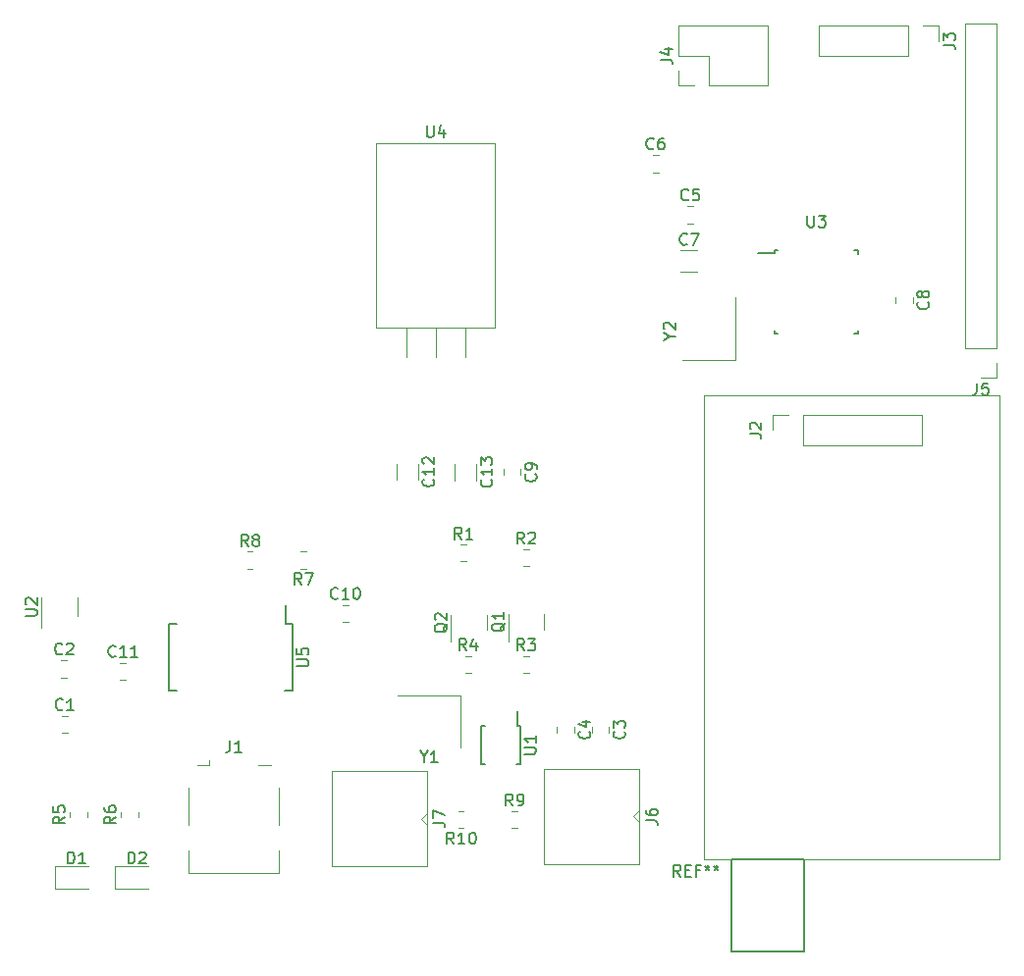
<source format=gbr>
%TF.GenerationSoftware,KiCad,Pcbnew,7.0.9-1.fc39*%
%TF.CreationDate,2023-11-27T20:11:11+01:00*%
%TF.ProjectId,sis5351a GPS controlled time base,73697335-3335-4316-9120-47505320636f,rev?*%
%TF.SameCoordinates,Original*%
%TF.FileFunction,Legend,Top*%
%TF.FilePolarity,Positive*%
%FSLAX46Y46*%
G04 Gerber Fmt 4.6, Leading zero omitted, Abs format (unit mm)*
G04 Created by KiCad (PCBNEW 7.0.9-1.fc39) date 2023-11-27 20:11:11*
%MOMM*%
%LPD*%
G01*
G04 APERTURE LIST*
%ADD10C,0.150000*%
%ADD11C,0.120000*%
%ADD12C,0.200000*%
G04 APERTURE END LIST*
D10*
X128886905Y-134604819D02*
X128886905Y-133604819D01*
X128886905Y-133604819D02*
X129125000Y-133604819D01*
X129125000Y-133604819D02*
X129267857Y-133652438D01*
X129267857Y-133652438D02*
X129363095Y-133747676D01*
X129363095Y-133747676D02*
X129410714Y-133842914D01*
X129410714Y-133842914D02*
X129458333Y-134033390D01*
X129458333Y-134033390D02*
X129458333Y-134176247D01*
X129458333Y-134176247D02*
X129410714Y-134366723D01*
X129410714Y-134366723D02*
X129363095Y-134461961D01*
X129363095Y-134461961D02*
X129267857Y-134557200D01*
X129267857Y-134557200D02*
X129125000Y-134604819D01*
X129125000Y-134604819D02*
X128886905Y-134604819D01*
X130410714Y-134604819D02*
X129839286Y-134604819D01*
X130125000Y-134604819D02*
X130125000Y-133604819D01*
X130125000Y-133604819D02*
X130029762Y-133747676D01*
X130029762Y-133747676D02*
X129934524Y-133842914D01*
X129934524Y-133842914D02*
X129839286Y-133890533D01*
X167233333Y-129604819D02*
X166900000Y-129128628D01*
X166661905Y-129604819D02*
X166661905Y-128604819D01*
X166661905Y-128604819D02*
X167042857Y-128604819D01*
X167042857Y-128604819D02*
X167138095Y-128652438D01*
X167138095Y-128652438D02*
X167185714Y-128700057D01*
X167185714Y-128700057D02*
X167233333Y-128795295D01*
X167233333Y-128795295D02*
X167233333Y-128938152D01*
X167233333Y-128938152D02*
X167185714Y-129033390D01*
X167185714Y-129033390D02*
X167138095Y-129081009D01*
X167138095Y-129081009D02*
X167042857Y-129128628D01*
X167042857Y-129128628D02*
X166661905Y-129128628D01*
X167709524Y-129604819D02*
X167900000Y-129604819D01*
X167900000Y-129604819D02*
X167995238Y-129557200D01*
X167995238Y-129557200D02*
X168042857Y-129509580D01*
X168042857Y-129509580D02*
X168138095Y-129366723D01*
X168138095Y-129366723D02*
X168185714Y-129176247D01*
X168185714Y-129176247D02*
X168185714Y-128795295D01*
X168185714Y-128795295D02*
X168138095Y-128700057D01*
X168138095Y-128700057D02*
X168090476Y-128652438D01*
X168090476Y-128652438D02*
X167995238Y-128604819D01*
X167995238Y-128604819D02*
X167804762Y-128604819D01*
X167804762Y-128604819D02*
X167709524Y-128652438D01*
X167709524Y-128652438D02*
X167661905Y-128700057D01*
X167661905Y-128700057D02*
X167614286Y-128795295D01*
X167614286Y-128795295D02*
X167614286Y-129033390D01*
X167614286Y-129033390D02*
X167661905Y-129128628D01*
X167661905Y-129128628D02*
X167709524Y-129176247D01*
X167709524Y-129176247D02*
X167804762Y-129223866D01*
X167804762Y-129223866D02*
X167995238Y-129223866D01*
X167995238Y-129223866D02*
X168090476Y-129176247D01*
X168090476Y-129176247D02*
X168138095Y-129128628D01*
X168138095Y-129128628D02*
X168185714Y-129033390D01*
X165375980Y-101465657D02*
X165423600Y-101513276D01*
X165423600Y-101513276D02*
X165471219Y-101656133D01*
X165471219Y-101656133D02*
X165471219Y-101751371D01*
X165471219Y-101751371D02*
X165423600Y-101894228D01*
X165423600Y-101894228D02*
X165328361Y-101989466D01*
X165328361Y-101989466D02*
X165233123Y-102037085D01*
X165233123Y-102037085D02*
X165042647Y-102084704D01*
X165042647Y-102084704D02*
X164899790Y-102084704D01*
X164899790Y-102084704D02*
X164709314Y-102037085D01*
X164709314Y-102037085D02*
X164614076Y-101989466D01*
X164614076Y-101989466D02*
X164518838Y-101894228D01*
X164518838Y-101894228D02*
X164471219Y-101751371D01*
X164471219Y-101751371D02*
X164471219Y-101656133D01*
X164471219Y-101656133D02*
X164518838Y-101513276D01*
X164518838Y-101513276D02*
X164566457Y-101465657D01*
X165471219Y-100513276D02*
X165471219Y-101084704D01*
X165471219Y-100798990D02*
X164471219Y-100798990D01*
X164471219Y-100798990D02*
X164614076Y-100894228D01*
X164614076Y-100894228D02*
X164709314Y-100989466D01*
X164709314Y-100989466D02*
X164756933Y-101084704D01*
X164471219Y-100179942D02*
X164471219Y-99560895D01*
X164471219Y-99560895D02*
X164852171Y-99894228D01*
X164852171Y-99894228D02*
X164852171Y-99751371D01*
X164852171Y-99751371D02*
X164899790Y-99656133D01*
X164899790Y-99656133D02*
X164947409Y-99608514D01*
X164947409Y-99608514D02*
X165042647Y-99560895D01*
X165042647Y-99560895D02*
X165280742Y-99560895D01*
X165280742Y-99560895D02*
X165375980Y-99608514D01*
X165375980Y-99608514D02*
X165423600Y-99656133D01*
X165423600Y-99656133D02*
X165471219Y-99751371D01*
X165471219Y-99751371D02*
X165471219Y-100037085D01*
X165471219Y-100037085D02*
X165423600Y-100132323D01*
X165423600Y-100132323D02*
X165375980Y-100179942D01*
X142866666Y-123979819D02*
X142866666Y-124694104D01*
X142866666Y-124694104D02*
X142819047Y-124836961D01*
X142819047Y-124836961D02*
X142723809Y-124932200D01*
X142723809Y-124932200D02*
X142580952Y-124979819D01*
X142580952Y-124979819D02*
X142485714Y-124979819D01*
X143866666Y-124979819D02*
X143295238Y-124979819D01*
X143580952Y-124979819D02*
X143580952Y-123979819D01*
X143580952Y-123979819D02*
X143485714Y-124122676D01*
X143485714Y-124122676D02*
X143390476Y-124217914D01*
X143390476Y-124217914D02*
X143295238Y-124265533D01*
X203039580Y-86129166D02*
X203087200Y-86176785D01*
X203087200Y-86176785D02*
X203134819Y-86319642D01*
X203134819Y-86319642D02*
X203134819Y-86414880D01*
X203134819Y-86414880D02*
X203087200Y-86557737D01*
X203087200Y-86557737D02*
X202991961Y-86652975D01*
X202991961Y-86652975D02*
X202896723Y-86700594D01*
X202896723Y-86700594D02*
X202706247Y-86748213D01*
X202706247Y-86748213D02*
X202563390Y-86748213D01*
X202563390Y-86748213D02*
X202372914Y-86700594D01*
X202372914Y-86700594D02*
X202277676Y-86652975D01*
X202277676Y-86652975D02*
X202182438Y-86557737D01*
X202182438Y-86557737D02*
X202134819Y-86414880D01*
X202134819Y-86414880D02*
X202134819Y-86319642D01*
X202134819Y-86319642D02*
X202182438Y-86176785D01*
X202182438Y-86176785D02*
X202230057Y-86129166D01*
X202563390Y-85557737D02*
X202515771Y-85652975D01*
X202515771Y-85652975D02*
X202468152Y-85700594D01*
X202468152Y-85700594D02*
X202372914Y-85748213D01*
X202372914Y-85748213D02*
X202325295Y-85748213D01*
X202325295Y-85748213D02*
X202230057Y-85700594D01*
X202230057Y-85700594D02*
X202182438Y-85652975D01*
X202182438Y-85652975D02*
X202134819Y-85557737D01*
X202134819Y-85557737D02*
X202134819Y-85367261D01*
X202134819Y-85367261D02*
X202182438Y-85272023D01*
X202182438Y-85272023D02*
X202230057Y-85224404D01*
X202230057Y-85224404D02*
X202325295Y-85176785D01*
X202325295Y-85176785D02*
X202372914Y-85176785D01*
X202372914Y-85176785D02*
X202468152Y-85224404D01*
X202468152Y-85224404D02*
X202515771Y-85272023D01*
X202515771Y-85272023D02*
X202563390Y-85367261D01*
X202563390Y-85367261D02*
X202563390Y-85557737D01*
X202563390Y-85557737D02*
X202611009Y-85652975D01*
X202611009Y-85652975D02*
X202658628Y-85700594D01*
X202658628Y-85700594D02*
X202753866Y-85748213D01*
X202753866Y-85748213D02*
X202944342Y-85748213D01*
X202944342Y-85748213D02*
X203039580Y-85700594D01*
X203039580Y-85700594D02*
X203087200Y-85652975D01*
X203087200Y-85652975D02*
X203134819Y-85557737D01*
X203134819Y-85557737D02*
X203134819Y-85367261D01*
X203134819Y-85367261D02*
X203087200Y-85272023D01*
X203087200Y-85272023D02*
X203039580Y-85224404D01*
X203039580Y-85224404D02*
X202944342Y-85176785D01*
X202944342Y-85176785D02*
X202753866Y-85176785D01*
X202753866Y-85176785D02*
X202658628Y-85224404D01*
X202658628Y-85224404D02*
X202611009Y-85272023D01*
X202611009Y-85272023D02*
X202563390Y-85367261D01*
X182395833Y-77279580D02*
X182348214Y-77327200D01*
X182348214Y-77327200D02*
X182205357Y-77374819D01*
X182205357Y-77374819D02*
X182110119Y-77374819D01*
X182110119Y-77374819D02*
X181967262Y-77327200D01*
X181967262Y-77327200D02*
X181872024Y-77231961D01*
X181872024Y-77231961D02*
X181824405Y-77136723D01*
X181824405Y-77136723D02*
X181776786Y-76946247D01*
X181776786Y-76946247D02*
X181776786Y-76803390D01*
X181776786Y-76803390D02*
X181824405Y-76612914D01*
X181824405Y-76612914D02*
X181872024Y-76517676D01*
X181872024Y-76517676D02*
X181967262Y-76422438D01*
X181967262Y-76422438D02*
X182110119Y-76374819D01*
X182110119Y-76374819D02*
X182205357Y-76374819D01*
X182205357Y-76374819D02*
X182348214Y-76422438D01*
X182348214Y-76422438D02*
X182395833Y-76470057D01*
X183300595Y-76374819D02*
X182824405Y-76374819D01*
X182824405Y-76374819D02*
X182776786Y-76851009D01*
X182776786Y-76851009D02*
X182824405Y-76803390D01*
X182824405Y-76803390D02*
X182919643Y-76755771D01*
X182919643Y-76755771D02*
X183157738Y-76755771D01*
X183157738Y-76755771D02*
X183252976Y-76803390D01*
X183252976Y-76803390D02*
X183300595Y-76851009D01*
X183300595Y-76851009D02*
X183348214Y-76946247D01*
X183348214Y-76946247D02*
X183348214Y-77184342D01*
X183348214Y-77184342D02*
X183300595Y-77279580D01*
X183300595Y-77279580D02*
X183252976Y-77327200D01*
X183252976Y-77327200D02*
X183157738Y-77374819D01*
X183157738Y-77374819D02*
X182919643Y-77374819D01*
X182919643Y-77374819D02*
X182824405Y-77327200D01*
X182824405Y-77327200D02*
X182776786Y-77279580D01*
X192659095Y-78672619D02*
X192659095Y-79482142D01*
X192659095Y-79482142D02*
X192706714Y-79577380D01*
X192706714Y-79577380D02*
X192754333Y-79625000D01*
X192754333Y-79625000D02*
X192849571Y-79672619D01*
X192849571Y-79672619D02*
X193040047Y-79672619D01*
X193040047Y-79672619D02*
X193135285Y-79625000D01*
X193135285Y-79625000D02*
X193182904Y-79577380D01*
X193182904Y-79577380D02*
X193230523Y-79482142D01*
X193230523Y-79482142D02*
X193230523Y-78672619D01*
X193611476Y-78672619D02*
X194230523Y-78672619D01*
X194230523Y-78672619D02*
X193897190Y-79053571D01*
X193897190Y-79053571D02*
X194040047Y-79053571D01*
X194040047Y-79053571D02*
X194135285Y-79101190D01*
X194135285Y-79101190D02*
X194182904Y-79148809D01*
X194182904Y-79148809D02*
X194230523Y-79244047D01*
X194230523Y-79244047D02*
X194230523Y-79482142D01*
X194230523Y-79482142D02*
X194182904Y-79577380D01*
X194182904Y-79577380D02*
X194135285Y-79625000D01*
X194135285Y-79625000D02*
X194040047Y-79672619D01*
X194040047Y-79672619D02*
X193754333Y-79672619D01*
X193754333Y-79672619D02*
X193659095Y-79625000D01*
X193659095Y-79625000D02*
X193611476Y-79577380D01*
X133004819Y-130566666D02*
X132528628Y-130899999D01*
X133004819Y-131138094D02*
X132004819Y-131138094D01*
X132004819Y-131138094D02*
X132004819Y-130757142D01*
X132004819Y-130757142D02*
X132052438Y-130661904D01*
X132052438Y-130661904D02*
X132100057Y-130614285D01*
X132100057Y-130614285D02*
X132195295Y-130566666D01*
X132195295Y-130566666D02*
X132338152Y-130566666D01*
X132338152Y-130566666D02*
X132433390Y-130614285D01*
X132433390Y-130614285D02*
X132481009Y-130661904D01*
X132481009Y-130661904D02*
X132528628Y-130757142D01*
X132528628Y-130757142D02*
X132528628Y-131138094D01*
X132004819Y-129709523D02*
X132004819Y-129899999D01*
X132004819Y-129899999D02*
X132052438Y-129995237D01*
X132052438Y-129995237D02*
X132100057Y-130042856D01*
X132100057Y-130042856D02*
X132242914Y-130138094D01*
X132242914Y-130138094D02*
X132433390Y-130185713D01*
X132433390Y-130185713D02*
X132814342Y-130185713D01*
X132814342Y-130185713D02*
X132909580Y-130138094D01*
X132909580Y-130138094D02*
X132957200Y-130090475D01*
X132957200Y-130090475D02*
X133004819Y-129995237D01*
X133004819Y-129995237D02*
X133004819Y-129804761D01*
X133004819Y-129804761D02*
X132957200Y-129709523D01*
X132957200Y-129709523D02*
X132909580Y-129661904D01*
X132909580Y-129661904D02*
X132814342Y-129614285D01*
X132814342Y-129614285D02*
X132576247Y-129614285D01*
X132576247Y-129614285D02*
X132481009Y-129661904D01*
X132481009Y-129661904D02*
X132433390Y-129709523D01*
X132433390Y-129709523D02*
X132385771Y-129804761D01*
X132385771Y-129804761D02*
X132385771Y-129995237D01*
X132385771Y-129995237D02*
X132433390Y-130090475D01*
X132433390Y-130090475D02*
X132481009Y-130138094D01*
X132481009Y-130138094D02*
X132576247Y-130185713D01*
X187684819Y-97519833D02*
X188399104Y-97519833D01*
X188399104Y-97519833D02*
X188541961Y-97567452D01*
X188541961Y-97567452D02*
X188637200Y-97662690D01*
X188637200Y-97662690D02*
X188684819Y-97805547D01*
X188684819Y-97805547D02*
X188684819Y-97900785D01*
X187780057Y-97091261D02*
X187732438Y-97043642D01*
X187732438Y-97043642D02*
X187684819Y-96948404D01*
X187684819Y-96948404D02*
X187684819Y-96710309D01*
X187684819Y-96710309D02*
X187732438Y-96615071D01*
X187732438Y-96615071D02*
X187780057Y-96567452D01*
X187780057Y-96567452D02*
X187875295Y-96519833D01*
X187875295Y-96519833D02*
X187970533Y-96519833D01*
X187970533Y-96519833D02*
X188113390Y-96567452D01*
X188113390Y-96567452D02*
X188684819Y-97138880D01*
X188684819Y-97138880D02*
X188684819Y-96519833D01*
X176839580Y-123204166D02*
X176887200Y-123251785D01*
X176887200Y-123251785D02*
X176934819Y-123394642D01*
X176934819Y-123394642D02*
X176934819Y-123489880D01*
X176934819Y-123489880D02*
X176887200Y-123632737D01*
X176887200Y-123632737D02*
X176791961Y-123727975D01*
X176791961Y-123727975D02*
X176696723Y-123775594D01*
X176696723Y-123775594D02*
X176506247Y-123823213D01*
X176506247Y-123823213D02*
X176363390Y-123823213D01*
X176363390Y-123823213D02*
X176172914Y-123775594D01*
X176172914Y-123775594D02*
X176077676Y-123727975D01*
X176077676Y-123727975D02*
X175982438Y-123632737D01*
X175982438Y-123632737D02*
X175934819Y-123489880D01*
X175934819Y-123489880D02*
X175934819Y-123394642D01*
X175934819Y-123394642D02*
X175982438Y-123251785D01*
X175982438Y-123251785D02*
X176030057Y-123204166D01*
X175934819Y-122870832D02*
X175934819Y-122251785D01*
X175934819Y-122251785D02*
X176315771Y-122585118D01*
X176315771Y-122585118D02*
X176315771Y-122442261D01*
X176315771Y-122442261D02*
X176363390Y-122347023D01*
X176363390Y-122347023D02*
X176411009Y-122299404D01*
X176411009Y-122299404D02*
X176506247Y-122251785D01*
X176506247Y-122251785D02*
X176744342Y-122251785D01*
X176744342Y-122251785D02*
X176839580Y-122299404D01*
X176839580Y-122299404D02*
X176887200Y-122347023D01*
X176887200Y-122347023D02*
X176934819Y-122442261D01*
X176934819Y-122442261D02*
X176934819Y-122727975D01*
X176934819Y-122727975D02*
X176887200Y-122823213D01*
X176887200Y-122823213D02*
X176839580Y-122870832D01*
X125204819Y-113224404D02*
X126014342Y-113224404D01*
X126014342Y-113224404D02*
X126109580Y-113176785D01*
X126109580Y-113176785D02*
X126157200Y-113129166D01*
X126157200Y-113129166D02*
X126204819Y-113033928D01*
X126204819Y-113033928D02*
X126204819Y-112843452D01*
X126204819Y-112843452D02*
X126157200Y-112748214D01*
X126157200Y-112748214D02*
X126109580Y-112700595D01*
X126109580Y-112700595D02*
X126014342Y-112652976D01*
X126014342Y-112652976D02*
X125204819Y-112652976D01*
X125300057Y-112224404D02*
X125252438Y-112176785D01*
X125252438Y-112176785D02*
X125204819Y-112081547D01*
X125204819Y-112081547D02*
X125204819Y-111843452D01*
X125204819Y-111843452D02*
X125252438Y-111748214D01*
X125252438Y-111748214D02*
X125300057Y-111700595D01*
X125300057Y-111700595D02*
X125395295Y-111652976D01*
X125395295Y-111652976D02*
X125490533Y-111652976D01*
X125490533Y-111652976D02*
X125633390Y-111700595D01*
X125633390Y-111700595D02*
X126204819Y-112272023D01*
X126204819Y-112272023D02*
X126204819Y-111652976D01*
X182270833Y-81109580D02*
X182223214Y-81157200D01*
X182223214Y-81157200D02*
X182080357Y-81204819D01*
X182080357Y-81204819D02*
X181985119Y-81204819D01*
X181985119Y-81204819D02*
X181842262Y-81157200D01*
X181842262Y-81157200D02*
X181747024Y-81061961D01*
X181747024Y-81061961D02*
X181699405Y-80966723D01*
X181699405Y-80966723D02*
X181651786Y-80776247D01*
X181651786Y-80776247D02*
X181651786Y-80633390D01*
X181651786Y-80633390D02*
X181699405Y-80442914D01*
X181699405Y-80442914D02*
X181747024Y-80347676D01*
X181747024Y-80347676D02*
X181842262Y-80252438D01*
X181842262Y-80252438D02*
X181985119Y-80204819D01*
X181985119Y-80204819D02*
X182080357Y-80204819D01*
X182080357Y-80204819D02*
X182223214Y-80252438D01*
X182223214Y-80252438D02*
X182270833Y-80300057D01*
X182604167Y-80204819D02*
X183270833Y-80204819D01*
X183270833Y-80204819D02*
X182842262Y-81204819D01*
X128433333Y-121279580D02*
X128385714Y-121327200D01*
X128385714Y-121327200D02*
X128242857Y-121374819D01*
X128242857Y-121374819D02*
X128147619Y-121374819D01*
X128147619Y-121374819D02*
X128004762Y-121327200D01*
X128004762Y-121327200D02*
X127909524Y-121231961D01*
X127909524Y-121231961D02*
X127861905Y-121136723D01*
X127861905Y-121136723D02*
X127814286Y-120946247D01*
X127814286Y-120946247D02*
X127814286Y-120803390D01*
X127814286Y-120803390D02*
X127861905Y-120612914D01*
X127861905Y-120612914D02*
X127909524Y-120517676D01*
X127909524Y-120517676D02*
X128004762Y-120422438D01*
X128004762Y-120422438D02*
X128147619Y-120374819D01*
X128147619Y-120374819D02*
X128242857Y-120374819D01*
X128242857Y-120374819D02*
X128385714Y-120422438D01*
X128385714Y-120422438D02*
X128433333Y-120470057D01*
X129385714Y-121374819D02*
X128814286Y-121374819D01*
X129100000Y-121374819D02*
X129100000Y-120374819D01*
X129100000Y-120374819D02*
X129004762Y-120517676D01*
X129004762Y-120517676D02*
X128909524Y-120612914D01*
X128909524Y-120612914D02*
X128814286Y-120660533D01*
X144433333Y-107204819D02*
X144100000Y-106728628D01*
X143861905Y-107204819D02*
X143861905Y-106204819D01*
X143861905Y-106204819D02*
X144242857Y-106204819D01*
X144242857Y-106204819D02*
X144338095Y-106252438D01*
X144338095Y-106252438D02*
X144385714Y-106300057D01*
X144385714Y-106300057D02*
X144433333Y-106395295D01*
X144433333Y-106395295D02*
X144433333Y-106538152D01*
X144433333Y-106538152D02*
X144385714Y-106633390D01*
X144385714Y-106633390D02*
X144338095Y-106681009D01*
X144338095Y-106681009D02*
X144242857Y-106728628D01*
X144242857Y-106728628D02*
X143861905Y-106728628D01*
X145004762Y-106633390D02*
X144909524Y-106585771D01*
X144909524Y-106585771D02*
X144861905Y-106538152D01*
X144861905Y-106538152D02*
X144814286Y-106442914D01*
X144814286Y-106442914D02*
X144814286Y-106395295D01*
X144814286Y-106395295D02*
X144861905Y-106300057D01*
X144861905Y-106300057D02*
X144909524Y-106252438D01*
X144909524Y-106252438D02*
X145004762Y-106204819D01*
X145004762Y-106204819D02*
X145195238Y-106204819D01*
X145195238Y-106204819D02*
X145290476Y-106252438D01*
X145290476Y-106252438D02*
X145338095Y-106300057D01*
X145338095Y-106300057D02*
X145385714Y-106395295D01*
X145385714Y-106395295D02*
X145385714Y-106442914D01*
X145385714Y-106442914D02*
X145338095Y-106538152D01*
X145338095Y-106538152D02*
X145290476Y-106585771D01*
X145290476Y-106585771D02*
X145195238Y-106633390D01*
X145195238Y-106633390D02*
X145004762Y-106633390D01*
X145004762Y-106633390D02*
X144909524Y-106681009D01*
X144909524Y-106681009D02*
X144861905Y-106728628D01*
X144861905Y-106728628D02*
X144814286Y-106823866D01*
X144814286Y-106823866D02*
X144814286Y-107014342D01*
X144814286Y-107014342D02*
X144861905Y-107109580D01*
X144861905Y-107109580D02*
X144909524Y-107157200D01*
X144909524Y-107157200D02*
X145004762Y-107204819D01*
X145004762Y-107204819D02*
X145195238Y-107204819D01*
X145195238Y-107204819D02*
X145290476Y-107157200D01*
X145290476Y-107157200D02*
X145338095Y-107109580D01*
X145338095Y-107109580D02*
X145385714Y-107014342D01*
X145385714Y-107014342D02*
X145385714Y-106823866D01*
X145385714Y-106823866D02*
X145338095Y-106728628D01*
X145338095Y-106728628D02*
X145290476Y-106681009D01*
X145290476Y-106681009D02*
X145195238Y-106633390D01*
X168233333Y-107004819D02*
X167900000Y-106528628D01*
X167661905Y-107004819D02*
X167661905Y-106004819D01*
X167661905Y-106004819D02*
X168042857Y-106004819D01*
X168042857Y-106004819D02*
X168138095Y-106052438D01*
X168138095Y-106052438D02*
X168185714Y-106100057D01*
X168185714Y-106100057D02*
X168233333Y-106195295D01*
X168233333Y-106195295D02*
X168233333Y-106338152D01*
X168233333Y-106338152D02*
X168185714Y-106433390D01*
X168185714Y-106433390D02*
X168138095Y-106481009D01*
X168138095Y-106481009D02*
X168042857Y-106528628D01*
X168042857Y-106528628D02*
X167661905Y-106528628D01*
X168614286Y-106100057D02*
X168661905Y-106052438D01*
X168661905Y-106052438D02*
X168757143Y-106004819D01*
X168757143Y-106004819D02*
X168995238Y-106004819D01*
X168995238Y-106004819D02*
X169090476Y-106052438D01*
X169090476Y-106052438D02*
X169138095Y-106100057D01*
X169138095Y-106100057D02*
X169185714Y-106195295D01*
X169185714Y-106195295D02*
X169185714Y-106290533D01*
X169185714Y-106290533D02*
X169138095Y-106433390D01*
X169138095Y-106433390D02*
X168566667Y-107004819D01*
X168566667Y-107004819D02*
X169185714Y-107004819D01*
X149033333Y-110504819D02*
X148700000Y-110028628D01*
X148461905Y-110504819D02*
X148461905Y-109504819D01*
X148461905Y-109504819D02*
X148842857Y-109504819D01*
X148842857Y-109504819D02*
X148938095Y-109552438D01*
X148938095Y-109552438D02*
X148985714Y-109600057D01*
X148985714Y-109600057D02*
X149033333Y-109695295D01*
X149033333Y-109695295D02*
X149033333Y-109838152D01*
X149033333Y-109838152D02*
X148985714Y-109933390D01*
X148985714Y-109933390D02*
X148938095Y-109981009D01*
X148938095Y-109981009D02*
X148842857Y-110028628D01*
X148842857Y-110028628D02*
X148461905Y-110028628D01*
X149366667Y-109504819D02*
X150033333Y-109504819D01*
X150033333Y-109504819D02*
X149604762Y-110504819D01*
X160375980Y-101428157D02*
X160423600Y-101475776D01*
X160423600Y-101475776D02*
X160471219Y-101618633D01*
X160471219Y-101618633D02*
X160471219Y-101713871D01*
X160471219Y-101713871D02*
X160423600Y-101856728D01*
X160423600Y-101856728D02*
X160328361Y-101951966D01*
X160328361Y-101951966D02*
X160233123Y-101999585D01*
X160233123Y-101999585D02*
X160042647Y-102047204D01*
X160042647Y-102047204D02*
X159899790Y-102047204D01*
X159899790Y-102047204D02*
X159709314Y-101999585D01*
X159709314Y-101999585D02*
X159614076Y-101951966D01*
X159614076Y-101951966D02*
X159518838Y-101856728D01*
X159518838Y-101856728D02*
X159471219Y-101713871D01*
X159471219Y-101713871D02*
X159471219Y-101618633D01*
X159471219Y-101618633D02*
X159518838Y-101475776D01*
X159518838Y-101475776D02*
X159566457Y-101428157D01*
X160471219Y-100475776D02*
X160471219Y-101047204D01*
X160471219Y-100761490D02*
X159471219Y-100761490D01*
X159471219Y-100761490D02*
X159614076Y-100856728D01*
X159614076Y-100856728D02*
X159709314Y-100951966D01*
X159709314Y-100951966D02*
X159756933Y-101047204D01*
X159566457Y-100094823D02*
X159518838Y-100047204D01*
X159518838Y-100047204D02*
X159471219Y-99951966D01*
X159471219Y-99951966D02*
X159471219Y-99713871D01*
X159471219Y-99713871D02*
X159518838Y-99618633D01*
X159518838Y-99618633D02*
X159566457Y-99571014D01*
X159566457Y-99571014D02*
X159661695Y-99523395D01*
X159661695Y-99523395D02*
X159756933Y-99523395D01*
X159756933Y-99523395D02*
X159899790Y-99571014D01*
X159899790Y-99571014D02*
X160471219Y-100142442D01*
X160471219Y-100142442D02*
X160471219Y-99523395D01*
X162833333Y-106604819D02*
X162500000Y-106128628D01*
X162261905Y-106604819D02*
X162261905Y-105604819D01*
X162261905Y-105604819D02*
X162642857Y-105604819D01*
X162642857Y-105604819D02*
X162738095Y-105652438D01*
X162738095Y-105652438D02*
X162785714Y-105700057D01*
X162785714Y-105700057D02*
X162833333Y-105795295D01*
X162833333Y-105795295D02*
X162833333Y-105938152D01*
X162833333Y-105938152D02*
X162785714Y-106033390D01*
X162785714Y-106033390D02*
X162738095Y-106081009D01*
X162738095Y-106081009D02*
X162642857Y-106128628D01*
X162642857Y-106128628D02*
X162261905Y-106128628D01*
X163785714Y-106604819D02*
X163214286Y-106604819D01*
X163500000Y-106604819D02*
X163500000Y-105604819D01*
X163500000Y-105604819D02*
X163404762Y-105747676D01*
X163404762Y-105747676D02*
X163309524Y-105842914D01*
X163309524Y-105842914D02*
X163214286Y-105890533D01*
X162157142Y-132904819D02*
X161823809Y-132428628D01*
X161585714Y-132904819D02*
X161585714Y-131904819D01*
X161585714Y-131904819D02*
X161966666Y-131904819D01*
X161966666Y-131904819D02*
X162061904Y-131952438D01*
X162061904Y-131952438D02*
X162109523Y-132000057D01*
X162109523Y-132000057D02*
X162157142Y-132095295D01*
X162157142Y-132095295D02*
X162157142Y-132238152D01*
X162157142Y-132238152D02*
X162109523Y-132333390D01*
X162109523Y-132333390D02*
X162061904Y-132381009D01*
X162061904Y-132381009D02*
X161966666Y-132428628D01*
X161966666Y-132428628D02*
X161585714Y-132428628D01*
X163109523Y-132904819D02*
X162538095Y-132904819D01*
X162823809Y-132904819D02*
X162823809Y-131904819D01*
X162823809Y-131904819D02*
X162728571Y-132047676D01*
X162728571Y-132047676D02*
X162633333Y-132142914D01*
X162633333Y-132142914D02*
X162538095Y-132190533D01*
X163728571Y-131904819D02*
X163823809Y-131904819D01*
X163823809Y-131904819D02*
X163919047Y-131952438D01*
X163919047Y-131952438D02*
X163966666Y-132000057D01*
X163966666Y-132000057D02*
X164014285Y-132095295D01*
X164014285Y-132095295D02*
X164061904Y-132285771D01*
X164061904Y-132285771D02*
X164061904Y-132523866D01*
X164061904Y-132523866D02*
X164014285Y-132714342D01*
X164014285Y-132714342D02*
X163966666Y-132809580D01*
X163966666Y-132809580D02*
X163919047Y-132857200D01*
X163919047Y-132857200D02*
X163823809Y-132904819D01*
X163823809Y-132904819D02*
X163728571Y-132904819D01*
X163728571Y-132904819D02*
X163633333Y-132857200D01*
X163633333Y-132857200D02*
X163585714Y-132809580D01*
X163585714Y-132809580D02*
X163538095Y-132714342D01*
X163538095Y-132714342D02*
X163490476Y-132523866D01*
X163490476Y-132523866D02*
X163490476Y-132285771D01*
X163490476Y-132285771D02*
X163538095Y-132095295D01*
X163538095Y-132095295D02*
X163585714Y-132000057D01*
X163585714Y-132000057D02*
X163633333Y-131952438D01*
X163633333Y-131952438D02*
X163728571Y-131904819D01*
X168233333Y-116204819D02*
X167900000Y-115728628D01*
X167661905Y-116204819D02*
X167661905Y-115204819D01*
X167661905Y-115204819D02*
X168042857Y-115204819D01*
X168042857Y-115204819D02*
X168138095Y-115252438D01*
X168138095Y-115252438D02*
X168185714Y-115300057D01*
X168185714Y-115300057D02*
X168233333Y-115395295D01*
X168233333Y-115395295D02*
X168233333Y-115538152D01*
X168233333Y-115538152D02*
X168185714Y-115633390D01*
X168185714Y-115633390D02*
X168138095Y-115681009D01*
X168138095Y-115681009D02*
X168042857Y-115728628D01*
X168042857Y-115728628D02*
X167661905Y-115728628D01*
X168566667Y-115204819D02*
X169185714Y-115204819D01*
X169185714Y-115204819D02*
X168852381Y-115585771D01*
X168852381Y-115585771D02*
X168995238Y-115585771D01*
X168995238Y-115585771D02*
X169090476Y-115633390D01*
X169090476Y-115633390D02*
X169138095Y-115681009D01*
X169138095Y-115681009D02*
X169185714Y-115776247D01*
X169185714Y-115776247D02*
X169185714Y-116014342D01*
X169185714Y-116014342D02*
X169138095Y-116109580D01*
X169138095Y-116109580D02*
X169090476Y-116157200D01*
X169090476Y-116157200D02*
X168995238Y-116204819D01*
X168995238Y-116204819D02*
X168709524Y-116204819D01*
X168709524Y-116204819D02*
X168614286Y-116157200D01*
X168614286Y-116157200D02*
X168566667Y-116109580D01*
X169205980Y-100989466D02*
X169253600Y-101037085D01*
X169253600Y-101037085D02*
X169301219Y-101179942D01*
X169301219Y-101179942D02*
X169301219Y-101275180D01*
X169301219Y-101275180D02*
X169253600Y-101418037D01*
X169253600Y-101418037D02*
X169158361Y-101513275D01*
X169158361Y-101513275D02*
X169063123Y-101560894D01*
X169063123Y-101560894D02*
X168872647Y-101608513D01*
X168872647Y-101608513D02*
X168729790Y-101608513D01*
X168729790Y-101608513D02*
X168539314Y-101560894D01*
X168539314Y-101560894D02*
X168444076Y-101513275D01*
X168444076Y-101513275D02*
X168348838Y-101418037D01*
X168348838Y-101418037D02*
X168301219Y-101275180D01*
X168301219Y-101275180D02*
X168301219Y-101179942D01*
X168301219Y-101179942D02*
X168348838Y-101037085D01*
X168348838Y-101037085D02*
X168396457Y-100989466D01*
X169301219Y-100513275D02*
X169301219Y-100322799D01*
X169301219Y-100322799D02*
X169253600Y-100227561D01*
X169253600Y-100227561D02*
X169205980Y-100179942D01*
X169205980Y-100179942D02*
X169063123Y-100084704D01*
X169063123Y-100084704D02*
X168872647Y-100037085D01*
X168872647Y-100037085D02*
X168491695Y-100037085D01*
X168491695Y-100037085D02*
X168396457Y-100084704D01*
X168396457Y-100084704D02*
X168348838Y-100132323D01*
X168348838Y-100132323D02*
X168301219Y-100227561D01*
X168301219Y-100227561D02*
X168301219Y-100418037D01*
X168301219Y-100418037D02*
X168348838Y-100513275D01*
X168348838Y-100513275D02*
X168396457Y-100560894D01*
X168396457Y-100560894D02*
X168491695Y-100608513D01*
X168491695Y-100608513D02*
X168729790Y-100608513D01*
X168729790Y-100608513D02*
X168825028Y-100560894D01*
X168825028Y-100560894D02*
X168872647Y-100513275D01*
X168872647Y-100513275D02*
X168920266Y-100418037D01*
X168920266Y-100418037D02*
X168920266Y-100227561D01*
X168920266Y-100227561D02*
X168872647Y-100132323D01*
X168872647Y-100132323D02*
X168825028Y-100084704D01*
X168825028Y-100084704D02*
X168729790Y-100037085D01*
X160394819Y-131073333D02*
X161109104Y-131073333D01*
X161109104Y-131073333D02*
X161251961Y-131120952D01*
X161251961Y-131120952D02*
X161347200Y-131216190D01*
X161347200Y-131216190D02*
X161394819Y-131359047D01*
X161394819Y-131359047D02*
X161394819Y-131454285D01*
X160394819Y-130692380D02*
X160394819Y-130025714D01*
X160394819Y-130025714D02*
X161394819Y-130454285D01*
X163233333Y-116204819D02*
X162900000Y-115728628D01*
X162661905Y-116204819D02*
X162661905Y-115204819D01*
X162661905Y-115204819D02*
X163042857Y-115204819D01*
X163042857Y-115204819D02*
X163138095Y-115252438D01*
X163138095Y-115252438D02*
X163185714Y-115300057D01*
X163185714Y-115300057D02*
X163233333Y-115395295D01*
X163233333Y-115395295D02*
X163233333Y-115538152D01*
X163233333Y-115538152D02*
X163185714Y-115633390D01*
X163185714Y-115633390D02*
X163138095Y-115681009D01*
X163138095Y-115681009D02*
X163042857Y-115728628D01*
X163042857Y-115728628D02*
X162661905Y-115728628D01*
X164090476Y-115538152D02*
X164090476Y-116204819D01*
X163852381Y-115157200D02*
X163614286Y-115871485D01*
X163614286Y-115871485D02*
X164233333Y-115871485D01*
X152157142Y-111679580D02*
X152109523Y-111727200D01*
X152109523Y-111727200D02*
X151966666Y-111774819D01*
X151966666Y-111774819D02*
X151871428Y-111774819D01*
X151871428Y-111774819D02*
X151728571Y-111727200D01*
X151728571Y-111727200D02*
X151633333Y-111631961D01*
X151633333Y-111631961D02*
X151585714Y-111536723D01*
X151585714Y-111536723D02*
X151538095Y-111346247D01*
X151538095Y-111346247D02*
X151538095Y-111203390D01*
X151538095Y-111203390D02*
X151585714Y-111012914D01*
X151585714Y-111012914D02*
X151633333Y-110917676D01*
X151633333Y-110917676D02*
X151728571Y-110822438D01*
X151728571Y-110822438D02*
X151871428Y-110774819D01*
X151871428Y-110774819D02*
X151966666Y-110774819D01*
X151966666Y-110774819D02*
X152109523Y-110822438D01*
X152109523Y-110822438D02*
X152157142Y-110870057D01*
X153109523Y-111774819D02*
X152538095Y-111774819D01*
X152823809Y-111774819D02*
X152823809Y-110774819D01*
X152823809Y-110774819D02*
X152728571Y-110917676D01*
X152728571Y-110917676D02*
X152633333Y-111012914D01*
X152633333Y-111012914D02*
X152538095Y-111060533D01*
X153728571Y-110774819D02*
X153823809Y-110774819D01*
X153823809Y-110774819D02*
X153919047Y-110822438D01*
X153919047Y-110822438D02*
X153966666Y-110870057D01*
X153966666Y-110870057D02*
X154014285Y-110965295D01*
X154014285Y-110965295D02*
X154061904Y-111155771D01*
X154061904Y-111155771D02*
X154061904Y-111393866D01*
X154061904Y-111393866D02*
X154014285Y-111584342D01*
X154014285Y-111584342D02*
X153966666Y-111679580D01*
X153966666Y-111679580D02*
X153919047Y-111727200D01*
X153919047Y-111727200D02*
X153823809Y-111774819D01*
X153823809Y-111774819D02*
X153728571Y-111774819D01*
X153728571Y-111774819D02*
X153633333Y-111727200D01*
X153633333Y-111727200D02*
X153585714Y-111679580D01*
X153585714Y-111679580D02*
X153538095Y-111584342D01*
X153538095Y-111584342D02*
X153490476Y-111393866D01*
X153490476Y-111393866D02*
X153490476Y-111155771D01*
X153490476Y-111155771D02*
X153538095Y-110965295D01*
X153538095Y-110965295D02*
X153585714Y-110870057D01*
X153585714Y-110870057D02*
X153633333Y-110822438D01*
X153633333Y-110822438D02*
X153728571Y-110774819D01*
X168255419Y-125138704D02*
X169064942Y-125138704D01*
X169064942Y-125138704D02*
X169160180Y-125091085D01*
X169160180Y-125091085D02*
X169207800Y-125043466D01*
X169207800Y-125043466D02*
X169255419Y-124948228D01*
X169255419Y-124948228D02*
X169255419Y-124757752D01*
X169255419Y-124757752D02*
X169207800Y-124662514D01*
X169207800Y-124662514D02*
X169160180Y-124614895D01*
X169160180Y-124614895D02*
X169064942Y-124567276D01*
X169064942Y-124567276D02*
X168255419Y-124567276D01*
X169255419Y-123567276D02*
X169255419Y-124138704D01*
X169255419Y-123852990D02*
X168255419Y-123852990D01*
X168255419Y-123852990D02*
X168398276Y-123948228D01*
X168398276Y-123948228D02*
X168493514Y-124043466D01*
X168493514Y-124043466D02*
X168541133Y-124138704D01*
X181706666Y-135714819D02*
X181373333Y-135238628D01*
X181135238Y-135714819D02*
X181135238Y-134714819D01*
X181135238Y-134714819D02*
X181516190Y-134714819D01*
X181516190Y-134714819D02*
X181611428Y-134762438D01*
X181611428Y-134762438D02*
X181659047Y-134810057D01*
X181659047Y-134810057D02*
X181706666Y-134905295D01*
X181706666Y-134905295D02*
X181706666Y-135048152D01*
X181706666Y-135048152D02*
X181659047Y-135143390D01*
X181659047Y-135143390D02*
X181611428Y-135191009D01*
X181611428Y-135191009D02*
X181516190Y-135238628D01*
X181516190Y-135238628D02*
X181135238Y-135238628D01*
X182135238Y-135191009D02*
X182468571Y-135191009D01*
X182611428Y-135714819D02*
X182135238Y-135714819D01*
X182135238Y-135714819D02*
X182135238Y-134714819D01*
X182135238Y-134714819D02*
X182611428Y-134714819D01*
X183373333Y-135191009D02*
X183040000Y-135191009D01*
X183040000Y-135714819D02*
X183040000Y-134714819D01*
X183040000Y-134714819D02*
X183516190Y-134714819D01*
X184040000Y-134714819D02*
X184040000Y-134952914D01*
X183801905Y-134857676D02*
X184040000Y-134952914D01*
X184040000Y-134952914D02*
X184278095Y-134857676D01*
X183897143Y-135143390D02*
X184040000Y-134952914D01*
X184040000Y-134952914D02*
X184182857Y-135143390D01*
X184801905Y-134714819D02*
X184801905Y-134952914D01*
X184563810Y-134857676D02*
X184801905Y-134952914D01*
X184801905Y-134952914D02*
X185040000Y-134857676D01*
X184659048Y-135143390D02*
X184801905Y-134952914D01*
X184801905Y-134952914D02*
X184944762Y-135143390D01*
X161611057Y-113893138D02*
X161563438Y-113988376D01*
X161563438Y-113988376D02*
X161468200Y-114083614D01*
X161468200Y-114083614D02*
X161325342Y-114226471D01*
X161325342Y-114226471D02*
X161277723Y-114321709D01*
X161277723Y-114321709D02*
X161277723Y-114416947D01*
X161515819Y-114369328D02*
X161468200Y-114464566D01*
X161468200Y-114464566D02*
X161372961Y-114559804D01*
X161372961Y-114559804D02*
X161182485Y-114607423D01*
X161182485Y-114607423D02*
X160849152Y-114607423D01*
X160849152Y-114607423D02*
X160658676Y-114559804D01*
X160658676Y-114559804D02*
X160563438Y-114464566D01*
X160563438Y-114464566D02*
X160515819Y-114369328D01*
X160515819Y-114369328D02*
X160515819Y-114178852D01*
X160515819Y-114178852D02*
X160563438Y-114083614D01*
X160563438Y-114083614D02*
X160658676Y-113988376D01*
X160658676Y-113988376D02*
X160849152Y-113940757D01*
X160849152Y-113940757D02*
X161182485Y-113940757D01*
X161182485Y-113940757D02*
X161372961Y-113988376D01*
X161372961Y-113988376D02*
X161468200Y-114083614D01*
X161468200Y-114083614D02*
X161515819Y-114178852D01*
X161515819Y-114178852D02*
X161515819Y-114369328D01*
X160611057Y-113559804D02*
X160563438Y-113512185D01*
X160563438Y-113512185D02*
X160515819Y-113416947D01*
X160515819Y-113416947D02*
X160515819Y-113178852D01*
X160515819Y-113178852D02*
X160563438Y-113083614D01*
X160563438Y-113083614D02*
X160611057Y-113035995D01*
X160611057Y-113035995D02*
X160706295Y-112988376D01*
X160706295Y-112988376D02*
X160801533Y-112988376D01*
X160801533Y-112988376D02*
X160944390Y-113035995D01*
X160944390Y-113035995D02*
X161515819Y-113607423D01*
X161515819Y-113607423D02*
X161515819Y-112988376D01*
X132994642Y-116679580D02*
X132947023Y-116727200D01*
X132947023Y-116727200D02*
X132804166Y-116774819D01*
X132804166Y-116774819D02*
X132708928Y-116774819D01*
X132708928Y-116774819D02*
X132566071Y-116727200D01*
X132566071Y-116727200D02*
X132470833Y-116631961D01*
X132470833Y-116631961D02*
X132423214Y-116536723D01*
X132423214Y-116536723D02*
X132375595Y-116346247D01*
X132375595Y-116346247D02*
X132375595Y-116203390D01*
X132375595Y-116203390D02*
X132423214Y-116012914D01*
X132423214Y-116012914D02*
X132470833Y-115917676D01*
X132470833Y-115917676D02*
X132566071Y-115822438D01*
X132566071Y-115822438D02*
X132708928Y-115774819D01*
X132708928Y-115774819D02*
X132804166Y-115774819D01*
X132804166Y-115774819D02*
X132947023Y-115822438D01*
X132947023Y-115822438D02*
X132994642Y-115870057D01*
X133947023Y-116774819D02*
X133375595Y-116774819D01*
X133661309Y-116774819D02*
X133661309Y-115774819D01*
X133661309Y-115774819D02*
X133566071Y-115917676D01*
X133566071Y-115917676D02*
X133470833Y-116012914D01*
X133470833Y-116012914D02*
X133375595Y-116060533D01*
X134899404Y-116774819D02*
X134327976Y-116774819D01*
X134613690Y-116774819D02*
X134613690Y-115774819D01*
X134613690Y-115774819D02*
X134518452Y-115917676D01*
X134518452Y-115917676D02*
X134423214Y-116012914D01*
X134423214Y-116012914D02*
X134327976Y-116060533D01*
X173839580Y-123204166D02*
X173887200Y-123251785D01*
X173887200Y-123251785D02*
X173934819Y-123394642D01*
X173934819Y-123394642D02*
X173934819Y-123489880D01*
X173934819Y-123489880D02*
X173887200Y-123632737D01*
X173887200Y-123632737D02*
X173791961Y-123727975D01*
X173791961Y-123727975D02*
X173696723Y-123775594D01*
X173696723Y-123775594D02*
X173506247Y-123823213D01*
X173506247Y-123823213D02*
X173363390Y-123823213D01*
X173363390Y-123823213D02*
X173172914Y-123775594D01*
X173172914Y-123775594D02*
X173077676Y-123727975D01*
X173077676Y-123727975D02*
X172982438Y-123632737D01*
X172982438Y-123632737D02*
X172934819Y-123489880D01*
X172934819Y-123489880D02*
X172934819Y-123394642D01*
X172934819Y-123394642D02*
X172982438Y-123251785D01*
X172982438Y-123251785D02*
X173030057Y-123204166D01*
X173268152Y-122347023D02*
X173934819Y-122347023D01*
X172887200Y-122585118D02*
X173601485Y-122823213D01*
X173601485Y-122823213D02*
X173601485Y-122204166D01*
X159838095Y-70904819D02*
X159838095Y-71714342D01*
X159838095Y-71714342D02*
X159885714Y-71809580D01*
X159885714Y-71809580D02*
X159933333Y-71857200D01*
X159933333Y-71857200D02*
X160028571Y-71904819D01*
X160028571Y-71904819D02*
X160219047Y-71904819D01*
X160219047Y-71904819D02*
X160314285Y-71857200D01*
X160314285Y-71857200D02*
X160361904Y-71809580D01*
X160361904Y-71809580D02*
X160409523Y-71714342D01*
X160409523Y-71714342D02*
X160409523Y-70904819D01*
X161314285Y-71238152D02*
X161314285Y-71904819D01*
X161076190Y-70857200D02*
X160838095Y-71571485D01*
X160838095Y-71571485D02*
X161457142Y-71571485D01*
X179395833Y-72879580D02*
X179348214Y-72927200D01*
X179348214Y-72927200D02*
X179205357Y-72974819D01*
X179205357Y-72974819D02*
X179110119Y-72974819D01*
X179110119Y-72974819D02*
X178967262Y-72927200D01*
X178967262Y-72927200D02*
X178872024Y-72831961D01*
X178872024Y-72831961D02*
X178824405Y-72736723D01*
X178824405Y-72736723D02*
X178776786Y-72546247D01*
X178776786Y-72546247D02*
X178776786Y-72403390D01*
X178776786Y-72403390D02*
X178824405Y-72212914D01*
X178824405Y-72212914D02*
X178872024Y-72117676D01*
X178872024Y-72117676D02*
X178967262Y-72022438D01*
X178967262Y-72022438D02*
X179110119Y-71974819D01*
X179110119Y-71974819D02*
X179205357Y-71974819D01*
X179205357Y-71974819D02*
X179348214Y-72022438D01*
X179348214Y-72022438D02*
X179395833Y-72070057D01*
X180252976Y-71974819D02*
X180062500Y-71974819D01*
X180062500Y-71974819D02*
X179967262Y-72022438D01*
X179967262Y-72022438D02*
X179919643Y-72070057D01*
X179919643Y-72070057D02*
X179824405Y-72212914D01*
X179824405Y-72212914D02*
X179776786Y-72403390D01*
X179776786Y-72403390D02*
X179776786Y-72784342D01*
X179776786Y-72784342D02*
X179824405Y-72879580D01*
X179824405Y-72879580D02*
X179872024Y-72927200D01*
X179872024Y-72927200D02*
X179967262Y-72974819D01*
X179967262Y-72974819D02*
X180157738Y-72974819D01*
X180157738Y-72974819D02*
X180252976Y-72927200D01*
X180252976Y-72927200D02*
X180300595Y-72879580D01*
X180300595Y-72879580D02*
X180348214Y-72784342D01*
X180348214Y-72784342D02*
X180348214Y-72546247D01*
X180348214Y-72546247D02*
X180300595Y-72451009D01*
X180300595Y-72451009D02*
X180252976Y-72403390D01*
X180252976Y-72403390D02*
X180157738Y-72355771D01*
X180157738Y-72355771D02*
X179967262Y-72355771D01*
X179967262Y-72355771D02*
X179872024Y-72403390D01*
X179872024Y-72403390D02*
X179824405Y-72451009D01*
X179824405Y-72451009D02*
X179776786Y-72546247D01*
X178714819Y-130873333D02*
X179429104Y-130873333D01*
X179429104Y-130873333D02*
X179571961Y-130920952D01*
X179571961Y-130920952D02*
X179667200Y-131016190D01*
X179667200Y-131016190D02*
X179714819Y-131159047D01*
X179714819Y-131159047D02*
X179714819Y-131254285D01*
X178714819Y-129968571D02*
X178714819Y-130159047D01*
X178714819Y-130159047D02*
X178762438Y-130254285D01*
X178762438Y-130254285D02*
X178810057Y-130301904D01*
X178810057Y-130301904D02*
X178952914Y-130397142D01*
X178952914Y-130397142D02*
X179143390Y-130444761D01*
X179143390Y-130444761D02*
X179524342Y-130444761D01*
X179524342Y-130444761D02*
X179619580Y-130397142D01*
X179619580Y-130397142D02*
X179667200Y-130349523D01*
X179667200Y-130349523D02*
X179714819Y-130254285D01*
X179714819Y-130254285D02*
X179714819Y-130063809D01*
X179714819Y-130063809D02*
X179667200Y-129968571D01*
X179667200Y-129968571D02*
X179619580Y-129920952D01*
X179619580Y-129920952D02*
X179524342Y-129873333D01*
X179524342Y-129873333D02*
X179286247Y-129873333D01*
X179286247Y-129873333D02*
X179191009Y-129920952D01*
X179191009Y-129920952D02*
X179143390Y-129968571D01*
X179143390Y-129968571D02*
X179095771Y-130063809D01*
X179095771Y-130063809D02*
X179095771Y-130254285D01*
X179095771Y-130254285D02*
X179143390Y-130349523D01*
X179143390Y-130349523D02*
X179191009Y-130397142D01*
X179191009Y-130397142D02*
X179286247Y-130444761D01*
X148629819Y-117561904D02*
X149439342Y-117561904D01*
X149439342Y-117561904D02*
X149534580Y-117514285D01*
X149534580Y-117514285D02*
X149582200Y-117466666D01*
X149582200Y-117466666D02*
X149629819Y-117371428D01*
X149629819Y-117371428D02*
X149629819Y-117180952D01*
X149629819Y-117180952D02*
X149582200Y-117085714D01*
X149582200Y-117085714D02*
X149534580Y-117038095D01*
X149534580Y-117038095D02*
X149439342Y-116990476D01*
X149439342Y-116990476D02*
X148629819Y-116990476D01*
X148629819Y-116038095D02*
X148629819Y-116514285D01*
X148629819Y-116514285D02*
X149106009Y-116561904D01*
X149106009Y-116561904D02*
X149058390Y-116514285D01*
X149058390Y-116514285D02*
X149010771Y-116419047D01*
X149010771Y-116419047D02*
X149010771Y-116180952D01*
X149010771Y-116180952D02*
X149058390Y-116085714D01*
X149058390Y-116085714D02*
X149106009Y-116038095D01*
X149106009Y-116038095D02*
X149201247Y-115990476D01*
X149201247Y-115990476D02*
X149439342Y-115990476D01*
X149439342Y-115990476D02*
X149534580Y-116038095D01*
X149534580Y-116038095D02*
X149582200Y-116085714D01*
X149582200Y-116085714D02*
X149629819Y-116180952D01*
X149629819Y-116180952D02*
X149629819Y-116419047D01*
X149629819Y-116419047D02*
X149582200Y-116514285D01*
X149582200Y-116514285D02*
X149534580Y-116561904D01*
X159573809Y-125378628D02*
X159573809Y-125854819D01*
X159240476Y-124854819D02*
X159573809Y-125378628D01*
X159573809Y-125378628D02*
X159907142Y-124854819D01*
X160764285Y-125854819D02*
X160192857Y-125854819D01*
X160478571Y-125854819D02*
X160478571Y-124854819D01*
X160478571Y-124854819D02*
X160383333Y-124997676D01*
X160383333Y-124997676D02*
X160288095Y-125092914D01*
X160288095Y-125092914D02*
X160192857Y-125140533D01*
X179984819Y-65203333D02*
X180699104Y-65203333D01*
X180699104Y-65203333D02*
X180841961Y-65250952D01*
X180841961Y-65250952D02*
X180937200Y-65346190D01*
X180937200Y-65346190D02*
X180984819Y-65489047D01*
X180984819Y-65489047D02*
X180984819Y-65584285D01*
X180318152Y-64298571D02*
X180984819Y-64298571D01*
X179937200Y-64536666D02*
X180651485Y-64774761D01*
X180651485Y-64774761D02*
X180651485Y-64155714D01*
X166561057Y-113830638D02*
X166513438Y-113925876D01*
X166513438Y-113925876D02*
X166418200Y-114021114D01*
X166418200Y-114021114D02*
X166275342Y-114163971D01*
X166275342Y-114163971D02*
X166227723Y-114259209D01*
X166227723Y-114259209D02*
X166227723Y-114354447D01*
X166465819Y-114306828D02*
X166418200Y-114402066D01*
X166418200Y-114402066D02*
X166322961Y-114497304D01*
X166322961Y-114497304D02*
X166132485Y-114544923D01*
X166132485Y-114544923D02*
X165799152Y-114544923D01*
X165799152Y-114544923D02*
X165608676Y-114497304D01*
X165608676Y-114497304D02*
X165513438Y-114402066D01*
X165513438Y-114402066D02*
X165465819Y-114306828D01*
X165465819Y-114306828D02*
X165465819Y-114116352D01*
X165465819Y-114116352D02*
X165513438Y-114021114D01*
X165513438Y-114021114D02*
X165608676Y-113925876D01*
X165608676Y-113925876D02*
X165799152Y-113878257D01*
X165799152Y-113878257D02*
X166132485Y-113878257D01*
X166132485Y-113878257D02*
X166322961Y-113925876D01*
X166322961Y-113925876D02*
X166418200Y-114021114D01*
X166418200Y-114021114D02*
X166465819Y-114116352D01*
X166465819Y-114116352D02*
X166465819Y-114306828D01*
X166465819Y-112925876D02*
X166465819Y-113497304D01*
X166465819Y-113211590D02*
X165465819Y-113211590D01*
X165465819Y-113211590D02*
X165608676Y-113306828D01*
X165608676Y-113306828D02*
X165703914Y-113402066D01*
X165703914Y-113402066D02*
X165751533Y-113497304D01*
X207266666Y-93144819D02*
X207266666Y-93859104D01*
X207266666Y-93859104D02*
X207219047Y-94001961D01*
X207219047Y-94001961D02*
X207123809Y-94097200D01*
X207123809Y-94097200D02*
X206980952Y-94144819D01*
X206980952Y-94144819D02*
X206885714Y-94144819D01*
X208219047Y-93144819D02*
X207742857Y-93144819D01*
X207742857Y-93144819D02*
X207695238Y-93621009D01*
X207695238Y-93621009D02*
X207742857Y-93573390D01*
X207742857Y-93573390D02*
X207838095Y-93525771D01*
X207838095Y-93525771D02*
X208076190Y-93525771D01*
X208076190Y-93525771D02*
X208171428Y-93573390D01*
X208171428Y-93573390D02*
X208219047Y-93621009D01*
X208219047Y-93621009D02*
X208266666Y-93716247D01*
X208266666Y-93716247D02*
X208266666Y-93954342D01*
X208266666Y-93954342D02*
X208219047Y-94049580D01*
X208219047Y-94049580D02*
X208171428Y-94097200D01*
X208171428Y-94097200D02*
X208076190Y-94144819D01*
X208076190Y-94144819D02*
X207838095Y-94144819D01*
X207838095Y-94144819D02*
X207742857Y-94097200D01*
X207742857Y-94097200D02*
X207695238Y-94049580D01*
X128395833Y-116479580D02*
X128348214Y-116527200D01*
X128348214Y-116527200D02*
X128205357Y-116574819D01*
X128205357Y-116574819D02*
X128110119Y-116574819D01*
X128110119Y-116574819D02*
X127967262Y-116527200D01*
X127967262Y-116527200D02*
X127872024Y-116431961D01*
X127872024Y-116431961D02*
X127824405Y-116336723D01*
X127824405Y-116336723D02*
X127776786Y-116146247D01*
X127776786Y-116146247D02*
X127776786Y-116003390D01*
X127776786Y-116003390D02*
X127824405Y-115812914D01*
X127824405Y-115812914D02*
X127872024Y-115717676D01*
X127872024Y-115717676D02*
X127967262Y-115622438D01*
X127967262Y-115622438D02*
X128110119Y-115574819D01*
X128110119Y-115574819D02*
X128205357Y-115574819D01*
X128205357Y-115574819D02*
X128348214Y-115622438D01*
X128348214Y-115622438D02*
X128395833Y-115670057D01*
X128776786Y-115670057D02*
X128824405Y-115622438D01*
X128824405Y-115622438D02*
X128919643Y-115574819D01*
X128919643Y-115574819D02*
X129157738Y-115574819D01*
X129157738Y-115574819D02*
X129252976Y-115622438D01*
X129252976Y-115622438D02*
X129300595Y-115670057D01*
X129300595Y-115670057D02*
X129348214Y-115765295D01*
X129348214Y-115765295D02*
X129348214Y-115860533D01*
X129348214Y-115860533D02*
X129300595Y-116003390D01*
X129300595Y-116003390D02*
X128729167Y-116574819D01*
X128729167Y-116574819D02*
X129348214Y-116574819D01*
X180778628Y-89076190D02*
X181254819Y-89076190D01*
X180254819Y-89409523D02*
X180778628Y-89076190D01*
X180778628Y-89076190D02*
X180254819Y-88742857D01*
X180350057Y-88457142D02*
X180302438Y-88409523D01*
X180302438Y-88409523D02*
X180254819Y-88314285D01*
X180254819Y-88314285D02*
X180254819Y-88076190D01*
X180254819Y-88076190D02*
X180302438Y-87980952D01*
X180302438Y-87980952D02*
X180350057Y-87933333D01*
X180350057Y-87933333D02*
X180445295Y-87885714D01*
X180445295Y-87885714D02*
X180540533Y-87885714D01*
X180540533Y-87885714D02*
X180683390Y-87933333D01*
X180683390Y-87933333D02*
X181254819Y-88504761D01*
X181254819Y-88504761D02*
X181254819Y-87885714D01*
X134086905Y-134604819D02*
X134086905Y-133604819D01*
X134086905Y-133604819D02*
X134325000Y-133604819D01*
X134325000Y-133604819D02*
X134467857Y-133652438D01*
X134467857Y-133652438D02*
X134563095Y-133747676D01*
X134563095Y-133747676D02*
X134610714Y-133842914D01*
X134610714Y-133842914D02*
X134658333Y-134033390D01*
X134658333Y-134033390D02*
X134658333Y-134176247D01*
X134658333Y-134176247D02*
X134610714Y-134366723D01*
X134610714Y-134366723D02*
X134563095Y-134461961D01*
X134563095Y-134461961D02*
X134467857Y-134557200D01*
X134467857Y-134557200D02*
X134325000Y-134604819D01*
X134325000Y-134604819D02*
X134086905Y-134604819D01*
X135039286Y-133700057D02*
X135086905Y-133652438D01*
X135086905Y-133652438D02*
X135182143Y-133604819D01*
X135182143Y-133604819D02*
X135420238Y-133604819D01*
X135420238Y-133604819D02*
X135515476Y-133652438D01*
X135515476Y-133652438D02*
X135563095Y-133700057D01*
X135563095Y-133700057D02*
X135610714Y-133795295D01*
X135610714Y-133795295D02*
X135610714Y-133890533D01*
X135610714Y-133890533D02*
X135563095Y-134033390D01*
X135563095Y-134033390D02*
X134991667Y-134604819D01*
X134991667Y-134604819D02*
X135610714Y-134604819D01*
X204384819Y-63933333D02*
X205099104Y-63933333D01*
X205099104Y-63933333D02*
X205241961Y-63980952D01*
X205241961Y-63980952D02*
X205337200Y-64076190D01*
X205337200Y-64076190D02*
X205384819Y-64219047D01*
X205384819Y-64219047D02*
X205384819Y-64314285D01*
X204384819Y-63552380D02*
X204384819Y-62933333D01*
X204384819Y-62933333D02*
X204765771Y-63266666D01*
X204765771Y-63266666D02*
X204765771Y-63123809D01*
X204765771Y-63123809D02*
X204813390Y-63028571D01*
X204813390Y-63028571D02*
X204861009Y-62980952D01*
X204861009Y-62980952D02*
X204956247Y-62933333D01*
X204956247Y-62933333D02*
X205194342Y-62933333D01*
X205194342Y-62933333D02*
X205289580Y-62980952D01*
X205289580Y-62980952D02*
X205337200Y-63028571D01*
X205337200Y-63028571D02*
X205384819Y-63123809D01*
X205384819Y-63123809D02*
X205384819Y-63409523D01*
X205384819Y-63409523D02*
X205337200Y-63504761D01*
X205337200Y-63504761D02*
X205289580Y-63552380D01*
X128604819Y-130566666D02*
X128128628Y-130899999D01*
X128604819Y-131138094D02*
X127604819Y-131138094D01*
X127604819Y-131138094D02*
X127604819Y-130757142D01*
X127604819Y-130757142D02*
X127652438Y-130661904D01*
X127652438Y-130661904D02*
X127700057Y-130614285D01*
X127700057Y-130614285D02*
X127795295Y-130566666D01*
X127795295Y-130566666D02*
X127938152Y-130566666D01*
X127938152Y-130566666D02*
X128033390Y-130614285D01*
X128033390Y-130614285D02*
X128081009Y-130661904D01*
X128081009Y-130661904D02*
X128128628Y-130757142D01*
X128128628Y-130757142D02*
X128128628Y-131138094D01*
X127604819Y-129661904D02*
X127604819Y-130138094D01*
X127604819Y-130138094D02*
X128081009Y-130185713D01*
X128081009Y-130185713D02*
X128033390Y-130138094D01*
X128033390Y-130138094D02*
X127985771Y-130042856D01*
X127985771Y-130042856D02*
X127985771Y-129804761D01*
X127985771Y-129804761D02*
X128033390Y-129709523D01*
X128033390Y-129709523D02*
X128081009Y-129661904D01*
X128081009Y-129661904D02*
X128176247Y-129614285D01*
X128176247Y-129614285D02*
X128414342Y-129614285D01*
X128414342Y-129614285D02*
X128509580Y-129661904D01*
X128509580Y-129661904D02*
X128557200Y-129709523D01*
X128557200Y-129709523D02*
X128604819Y-129804761D01*
X128604819Y-129804761D02*
X128604819Y-130042856D01*
X128604819Y-130042856D02*
X128557200Y-130138094D01*
X128557200Y-130138094D02*
X128509580Y-130185713D01*
D11*
%TO.C,D1*%
X127765000Y-134840000D02*
X127765000Y-136760000D01*
X127765000Y-136760000D02*
X130625000Y-136760000D01*
X130625000Y-134840000D02*
X127765000Y-134840000D01*
%TO.C,R9*%
X167172936Y-130065000D02*
X167627064Y-130065000D01*
X167172936Y-131535000D02*
X167627064Y-131535000D01*
%TO.C,C13*%
X164076400Y-100111548D02*
X164076400Y-101534052D01*
X162256400Y-100111548D02*
X162256400Y-101534052D01*
%TO.C,J1*%
X139290000Y-131265000D02*
X139290000Y-128035000D01*
X139290000Y-135435000D02*
X139290000Y-133485000D01*
X140010000Y-126115000D02*
X141090000Y-126115000D01*
X141090000Y-126115000D02*
X141090000Y-125685000D01*
X145310000Y-126115000D02*
X146390000Y-126115000D01*
X147110000Y-131265000D02*
X147110000Y-128035000D01*
X147110000Y-135435000D02*
X139290000Y-135435000D01*
X147110000Y-135435000D02*
X147110000Y-133485000D01*
%TO.C,C8*%
X201735000Y-85701248D02*
X201735000Y-86223752D01*
X200265000Y-85701248D02*
X200265000Y-86223752D01*
%TO.C,C5*%
X182301248Y-77865000D02*
X182823752Y-77865000D01*
X182301248Y-79335000D02*
X182823752Y-79335000D01*
D10*
%TO.C,U3*%
X189796000Y-81642800D02*
X189796000Y-81867800D01*
X189796000Y-81642800D02*
X190121000Y-81642800D01*
X189796000Y-81867800D02*
X188371000Y-81867800D01*
X189796000Y-88892800D02*
X189796000Y-88567800D01*
X189796000Y-88892800D02*
X190121000Y-88892800D01*
X197046000Y-81642800D02*
X196721000Y-81642800D01*
X197046000Y-81642800D02*
X197046000Y-81967800D01*
X197046000Y-88892800D02*
X196721000Y-88892800D01*
X197046000Y-88892800D02*
X197046000Y-88567800D01*
D11*
%TO.C,R6*%
X133465000Y-130627064D02*
X133465000Y-130172936D01*
X134935000Y-130627064D02*
X134935000Y-130172936D01*
%TO.C,J2*%
X192270000Y-98516500D02*
X202490000Y-98516500D01*
X192270000Y-98516500D02*
X192270000Y-95856500D01*
X202490000Y-98516500D02*
X202490000Y-95856500D01*
X189670000Y-97186500D02*
X189670000Y-95856500D01*
X189670000Y-95856500D02*
X191000000Y-95856500D01*
X192270000Y-95856500D02*
X202490000Y-95856500D01*
%TO.C,C3*%
X175535000Y-122776248D02*
X175535000Y-123298752D01*
X174065000Y-122776248D02*
X174065000Y-123298752D01*
%TO.C,U2*%
X126590000Y-112462500D02*
X126590000Y-114262500D01*
X126590000Y-112462500D02*
X126590000Y-111662500D01*
X129710000Y-112462500D02*
X129710000Y-113262500D01*
X129710000Y-112462500D02*
X129710000Y-111662500D01*
%TO.C,C7*%
X181726248Y-81690000D02*
X183148752Y-81690000D01*
X181726248Y-83510000D02*
X183148752Y-83510000D01*
%TO.C,C1*%
X128338748Y-121865000D02*
X128861252Y-121865000D01*
X128338748Y-123335000D02*
X128861252Y-123335000D01*
%TO.C,R8*%
X144372936Y-107665000D02*
X144827064Y-107665000D01*
X144372936Y-109135000D02*
X144827064Y-109135000D01*
%TO.C,R2*%
X168172936Y-107465000D02*
X168627064Y-107465000D01*
X168172936Y-108935000D02*
X168627064Y-108935000D01*
%TO.C,R7*%
X149427064Y-109135000D02*
X148972936Y-109135000D01*
X149427064Y-107665000D02*
X148972936Y-107665000D01*
%TO.C,C12*%
X159076400Y-100074048D02*
X159076400Y-101496552D01*
X157256400Y-100074048D02*
X157256400Y-101496552D01*
%TO.C,R1*%
X162772936Y-107065000D02*
X163227064Y-107065000D01*
X162772936Y-108535000D02*
X163227064Y-108535000D01*
%TO.C,R10*%
X163027064Y-131535000D02*
X162572936Y-131535000D01*
X163027064Y-130065000D02*
X162572936Y-130065000D01*
%TO.C,R3*%
X168172936Y-116665000D02*
X168627064Y-116665000D01*
X168172936Y-118135000D02*
X168627064Y-118135000D01*
%TO.C,C9*%
X167901400Y-100561548D02*
X167901400Y-101084052D01*
X166431400Y-100561548D02*
X166431400Y-101084052D01*
%TO.C,J7*%
X159840000Y-134840000D02*
X159840000Y-126640000D01*
X159840000Y-134840000D02*
X151640000Y-134840000D01*
X159840000Y-130240000D02*
X159340000Y-130740000D01*
X159840000Y-126640000D02*
X151640000Y-126640000D01*
X159340000Y-130740000D02*
X159840000Y-131240000D01*
X151640000Y-134840000D02*
X151640000Y-126640000D01*
%TO.C,R4*%
X163172936Y-116665000D02*
X163627064Y-116665000D01*
X163172936Y-118135000D02*
X163627064Y-118135000D01*
%TO.C,C10*%
X152538748Y-112265000D02*
X153061252Y-112265000D01*
X152538748Y-113735000D02*
X153061252Y-113735000D01*
D10*
%TO.C,U1*%
X167875600Y-122701800D02*
X167650600Y-122701800D01*
X167875600Y-122701800D02*
X167875600Y-126051800D01*
X167650600Y-122701800D02*
X167650600Y-121476800D01*
X164525600Y-122701800D02*
X164825600Y-122701800D01*
X164525600Y-122701800D02*
X164525600Y-126051800D01*
X167875600Y-126051800D02*
X167575600Y-126051800D01*
X164525600Y-126051800D02*
X164825600Y-126051800D01*
D12*
%TO.C,REF\u002A\u002A*%
X186110000Y-142200000D02*
X192410000Y-142200000D01*
X192410000Y-142200000D02*
X192410000Y-134200000D01*
X192410000Y-134200000D02*
X186110000Y-134200000D01*
X186110000Y-134200000D02*
X186110000Y-142200000D01*
D11*
X209200000Y-134200000D02*
X183700000Y-134200000D01*
X183700000Y-134200000D02*
X183700000Y-94200000D01*
X183700000Y-94200000D02*
X209200000Y-94200000D01*
X209200000Y-94200000D02*
X209200000Y-134200000D01*
%TO.C,Q2*%
X161901000Y-113797900D02*
X161901000Y-115472900D01*
X161901000Y-113797900D02*
X161901000Y-113147900D01*
X165021000Y-113797900D02*
X165021000Y-114447900D01*
X165021000Y-113797900D02*
X165021000Y-113147900D01*
%TO.C,C11*%
X133376248Y-117265000D02*
X133898752Y-117265000D01*
X133376248Y-118735000D02*
X133898752Y-118735000D01*
%TO.C,C4*%
X172535000Y-122776248D02*
X172535000Y-123298752D01*
X171065000Y-122776248D02*
X171065000Y-123298752D01*
%TO.C,U4*%
X155480000Y-72450000D02*
X155480000Y-88340000D01*
X155480000Y-72450000D02*
X165720000Y-72450000D01*
X155480000Y-88340000D02*
X165720000Y-88340000D01*
X158060000Y-88340000D02*
X158060000Y-90880000D01*
X160600000Y-88340000D02*
X160600000Y-90880000D01*
X163140000Y-88340000D02*
X163140000Y-90880000D01*
X165720000Y-72450000D02*
X165720000Y-88340000D01*
%TO.C,C6*%
X179301248Y-73465000D02*
X179823752Y-73465000D01*
X179301248Y-74935000D02*
X179823752Y-74935000D01*
%TO.C,J6*%
X178160000Y-134640000D02*
X178160000Y-126440000D01*
X178160000Y-134640000D02*
X169960000Y-134640000D01*
X178160000Y-130040000D02*
X177660000Y-130540000D01*
X178160000Y-126440000D02*
X169960000Y-126440000D01*
X177660000Y-130540000D02*
X178160000Y-131040000D01*
X169960000Y-134640000D02*
X169960000Y-126440000D01*
D10*
%TO.C,U5*%
X148250000Y-113925000D02*
X147675000Y-113925000D01*
X148250000Y-113925000D02*
X148250000Y-119675000D01*
X147675000Y-113925000D02*
X147675000Y-112325000D01*
X137600000Y-113925000D02*
X138250000Y-113925000D01*
X137600000Y-113925000D02*
X137600000Y-119675000D01*
X148250000Y-119675000D02*
X147600000Y-119675000D01*
X137600000Y-119675000D02*
X138250000Y-119675000D01*
D11*
%TO.C,Y1*%
X162750000Y-124600000D02*
X162750000Y-120100000D01*
X162750000Y-120100000D02*
X157350000Y-120100000D01*
%TO.C,J4*%
X181530000Y-67470000D02*
X181530000Y-66140000D01*
X182860000Y-67470000D02*
X181530000Y-67470000D01*
X184130000Y-67470000D02*
X189270000Y-67470000D01*
X184130000Y-67470000D02*
X184130000Y-64870000D01*
X189270000Y-67470000D02*
X189270000Y-62270000D01*
X181530000Y-64870000D02*
X181530000Y-62270000D01*
X184130000Y-64870000D02*
X181530000Y-64870000D01*
X181530000Y-62270000D02*
X189270000Y-62270000D01*
%TO.C,Q1*%
X166851000Y-113735400D02*
X166851000Y-115410400D01*
X166851000Y-113735400D02*
X166851000Y-113085400D01*
X169971000Y-113735400D02*
X169971000Y-114385400D01*
X169971000Y-113735400D02*
X169971000Y-113085400D01*
%TO.C,J5*%
X208930000Y-92690000D02*
X207600000Y-92690000D01*
X208930000Y-91360000D02*
X208930000Y-92690000D01*
X208930000Y-90090000D02*
X208930000Y-62090000D01*
X208930000Y-90090000D02*
X206270000Y-90090000D01*
X208930000Y-62090000D02*
X206270000Y-62090000D01*
X206270000Y-90090000D02*
X206270000Y-62090000D01*
%TO.C,C2*%
X128301248Y-117065000D02*
X128823752Y-117065000D01*
X128301248Y-118535000D02*
X128823752Y-118535000D01*
%TO.C,Y2*%
X181900000Y-91150000D02*
X186400000Y-91150000D01*
X186400000Y-91150000D02*
X186400000Y-85750000D01*
%TO.C,D2*%
X132965000Y-134840000D02*
X132965000Y-136760000D01*
X132965000Y-136760000D02*
X135825000Y-136760000D01*
X135825000Y-134840000D02*
X132965000Y-134840000D01*
%TO.C,J3*%
X203930000Y-62270000D02*
X203930000Y-63600000D01*
X202600000Y-62270000D02*
X203930000Y-62270000D01*
X201330000Y-62270000D02*
X193650000Y-62270000D01*
X201330000Y-62270000D02*
X201330000Y-64930000D01*
X193650000Y-62270000D02*
X193650000Y-64930000D01*
X201330000Y-64930000D02*
X193650000Y-64930000D01*
%TO.C,R5*%
X129065000Y-130627064D02*
X129065000Y-130172936D01*
X130535000Y-130627064D02*
X130535000Y-130172936D01*
%TD*%
M02*

</source>
